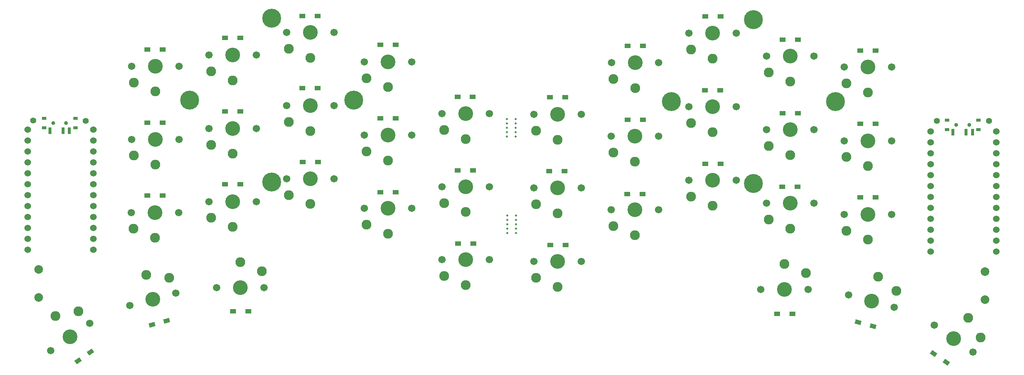
<source format=gbr>
%TF.GenerationSoftware,KiCad,Pcbnew,(6.0.5-0)*%
%TF.CreationDate,2022-06-22T19:02:17-07:00*%
%TF.ProjectId,Swept_3x5,53776570-745f-4337-9835-2e6b69636164,rev?*%
%TF.SameCoordinates,Original*%
%TF.FileFunction,Soldermask,Bot*%
%TF.FilePolarity,Negative*%
%FSLAX46Y46*%
G04 Gerber Fmt 4.6, Leading zero omitted, Abs format (unit mm)*
G04 Created by KiCad (PCBNEW (6.0.5-0)) date 2022-06-22 19:02:17*
%MOMM*%
%LPD*%
G01*
G04 APERTURE LIST*
G04 Aperture macros list*
%AMRotRect*
0 Rectangle, with rotation*
0 The origin of the aperture is its center*
0 $1 length*
0 $2 width*
0 $3 Rotation angle, in degrees counterclockwise*
0 Add horizontal line*
21,1,$1,$2,0,0,$3*%
G04 Aperture macros list end*
%ADD10C,0.500000*%
%ADD11C,1.524000*%
%ADD12C,3.429000*%
%ADD13C,1.701800*%
%ADD14C,2.282000*%
%ADD15C,2.000000*%
%ADD16C,4.400000*%
%ADD17C,1.397000*%
%ADD18R,1.400000X1.000000*%
%ADD19R,1.000000X0.800000*%
%ADD20C,0.900000*%
%ADD21R,0.700000X1.500000*%
%ADD22RotRect,1.400000X1.000000X145.000000*%
%ADD23RotRect,1.400000X1.000000X35.000000*%
%ADD24RotRect,1.400000X1.000000X165.000000*%
%ADD25RotRect,1.400000X1.000000X15.000000*%
G04 APERTURE END LIST*
D10*
%TO.C,mouse-bite-2mm-slot*%
X132054600Y-51333400D03*
X132054600Y-48285400D03*
X130022600Y-48285400D03*
X130022600Y-51333400D03*
X130022600Y-49301400D03*
X132054600Y-49301400D03*
X132054600Y-50317400D03*
X130022600Y-47269400D03*
X130022600Y-50317400D03*
X132054600Y-47269400D03*
%TD*%
D11*
%TO.C,U1*%
X243606600Y-50094000D03*
X243606600Y-52634000D03*
X243606600Y-55174000D03*
X243606600Y-57714000D03*
X243606600Y-60254000D03*
X243606600Y-62794000D03*
X243606600Y-65334000D03*
X243606600Y-67874000D03*
X243606600Y-70414000D03*
X243606600Y-72954000D03*
X243606600Y-75494000D03*
X243606600Y-78034000D03*
X228386600Y-78034000D03*
X228386600Y-75494000D03*
X228386600Y-72954000D03*
X228386600Y-70414000D03*
X228386600Y-67874000D03*
X228386600Y-65334000D03*
X228386600Y-62794000D03*
X228386600Y-60254000D03*
X228386600Y-57714000D03*
X228386600Y-55174000D03*
X228386600Y-52634000D03*
X228386600Y-50094000D03*
%TD*%
D12*
%TO.C,SW16*%
X159723400Y-68366800D03*
D13*
X154223400Y-68366800D03*
X165223400Y-68366800D03*
D14*
X159723400Y-74266800D03*
X154723400Y-72166800D03*
%TD*%
D13*
%TO.C,SW20*%
X188919800Y-86883400D03*
X199919800Y-86883400D03*
D12*
X194419800Y-86883400D03*
D14*
X194419800Y-80983400D03*
X199419800Y-83083400D03*
%TD*%
D13*
%TO.C,SW15*%
X136265600Y-80381000D03*
D12*
X141765600Y-80381000D03*
D13*
X147265600Y-80381000D03*
D14*
X141765600Y-86281000D03*
X136765600Y-84181000D03*
%TD*%
D13*
%TO.C,SW21*%
X209300208Y-88177695D03*
D12*
X214612800Y-89601200D03*
D13*
X219925392Y-91024705D03*
D14*
X216139832Y-83902238D03*
X220425942Y-87224777D03*
%TD*%
D13*
%TO.C,SW17*%
X183232000Y-61483400D03*
D12*
X177732000Y-61483400D03*
D13*
X172232000Y-61483400D03*
D14*
X177732000Y-67383400D03*
X172732000Y-65283400D03*
%TD*%
D13*
%TO.C,SW18*%
X190240600Y-66842800D03*
X201240600Y-66842800D03*
D12*
X195740600Y-66842800D03*
D14*
X195740600Y-72742800D03*
X190740600Y-70642800D03*
%TD*%
D13*
%TO.C,SW4*%
X154248800Y-34127600D03*
D12*
X159748800Y-34127600D03*
D13*
X165248800Y-34127600D03*
D14*
X159748800Y-40027600D03*
X154748800Y-37927600D03*
%TD*%
D12*
%TO.C,SW3*%
X141740200Y-46167200D03*
D13*
X147240200Y-46167200D03*
X136240200Y-46167200D03*
D14*
X141740200Y-52067200D03*
X136740200Y-49967200D03*
%TD*%
D13*
%TO.C,SW9*%
X136240200Y-63261400D03*
D12*
X141740200Y-63261400D03*
D13*
X147240200Y-63261400D03*
D14*
X141740200Y-69161400D03*
X136740200Y-67061400D03*
%TD*%
D13*
%TO.C,SW12*%
X201240600Y-49723200D03*
D12*
X195740600Y-49723200D03*
D13*
X190240600Y-49723200D03*
D14*
X195740600Y-55623200D03*
X190740600Y-53523200D03*
%TD*%
D13*
%TO.C,SW11*%
X183232000Y-44363800D03*
X172232000Y-44363800D03*
D12*
X177732000Y-44363800D03*
D14*
X177732000Y-50263800D03*
X172732000Y-48163800D03*
%TD*%
D13*
%TO.C,SW6*%
X201266000Y-32603600D03*
D12*
X195766000Y-32603600D03*
D13*
X190266000Y-32603600D03*
D14*
X195766000Y-38503600D03*
X190766000Y-36403600D03*
%TD*%
D13*
%TO.C,SW5*%
X183257400Y-27269600D03*
D12*
X177757400Y-27269600D03*
D13*
X172257400Y-27269600D03*
D14*
X177757400Y-33169600D03*
X172757400Y-31069600D03*
%TD*%
D10*
%TO.C,mouse-bite-2mm-slot*%
X132080000Y-73710800D03*
X132080000Y-70662800D03*
X130048000Y-70662800D03*
X130048000Y-73710800D03*
X130048000Y-71678800D03*
X132080000Y-71678800D03*
X132080000Y-72694800D03*
X130048000Y-69646800D03*
X130048000Y-72694800D03*
X132080000Y-69646800D03*
%TD*%
D15*
%TO.C,RSW1*%
X240978000Y-82744400D03*
X240978000Y-89244400D03*
%TD*%
D12*
%TO.C,SW10*%
X159723400Y-51247200D03*
D13*
X165223400Y-51247200D03*
X154223400Y-51247200D03*
D14*
X159723400Y-57147200D03*
X154723400Y-55047200D03*
%TD*%
D16*
%TO.C,REF\u002A\u002A*%
X206298800Y-43180000D03*
X168198800Y-43180000D03*
X187248800Y-24130000D03*
X187248800Y-62230000D03*
%TD*%
D11*
%TO.C,U2*%
X33942000Y-49722800D03*
X33942000Y-52262800D03*
X33942000Y-54802800D03*
X33942000Y-57342800D03*
X33942000Y-59882800D03*
X33942000Y-62422800D03*
X33942000Y-64962800D03*
X33942000Y-67502800D03*
X33942000Y-70042800D03*
X33942000Y-72582800D03*
X33942000Y-75122800D03*
X33942000Y-77662800D03*
X18722000Y-77662800D03*
X18722000Y-75122800D03*
X18722000Y-72582800D03*
X18722000Y-70042800D03*
X18722000Y-67502800D03*
X18722000Y-64962800D03*
X18722000Y-62422800D03*
X18722000Y-59882800D03*
X18722000Y-57342800D03*
X18722000Y-54802800D03*
X18722000Y-52262800D03*
X18722000Y-49722800D03*
%TD*%
D13*
%TO.C,SW17_r1*%
X89878800Y-61112400D03*
D12*
X84378800Y-61112400D03*
D13*
X78878800Y-61112400D03*
D14*
X84378800Y-67012400D03*
X79378800Y-64912400D03*
%TD*%
D13*
%TO.C,SW11_r1*%
X78853400Y-44119800D03*
D12*
X84353400Y-44119800D03*
D13*
X89853400Y-44119800D03*
D14*
X84353400Y-50019800D03*
X79353400Y-47919800D03*
%TD*%
D13*
%TO.C,SW15_r1*%
X114896000Y-79959200D03*
X125896000Y-79959200D03*
D12*
X120396000Y-79959200D03*
D14*
X120396000Y-85859200D03*
X115396000Y-83759200D03*
%TD*%
D12*
%TO.C,SW18_r1*%
X66344800Y-66421000D03*
D13*
X71844800Y-66421000D03*
X60844800Y-66421000D03*
D14*
X66344800Y-72321000D03*
X61344800Y-70221000D03*
%TD*%
D13*
%TO.C,SW6_r1*%
X71844800Y-32359600D03*
X60844800Y-32359600D03*
D12*
X66344800Y-32359600D03*
D14*
X66344800Y-38259600D03*
X61344800Y-36159600D03*
%TD*%
D13*
%TO.C,SW5_r1*%
X78878800Y-27101800D03*
D12*
X84378800Y-27101800D03*
D13*
X89878800Y-27101800D03*
D14*
X84378800Y-33001800D03*
X79378800Y-30901800D03*
%TD*%
D13*
%TO.C,SW16_r1*%
X107912800Y-67995800D03*
D12*
X102412800Y-67995800D03*
D13*
X96912800Y-67995800D03*
D14*
X102412800Y-73895800D03*
X97412800Y-71795800D03*
%TD*%
D13*
%TO.C,SW4_r1*%
X96887400Y-33934400D03*
D12*
X102387400Y-33934400D03*
D13*
X107887400Y-33934400D03*
D14*
X102387400Y-39834400D03*
X97387400Y-37734400D03*
%TD*%
D13*
%TO.C,SW13_r1*%
X42836200Y-51943000D03*
D12*
X48336200Y-51943000D03*
D13*
X53836200Y-51943000D03*
D14*
X48336200Y-57843000D03*
X43336200Y-55743000D03*
%TD*%
D13*
%TO.C,SW12_r1*%
X60844800Y-49428400D03*
D12*
X66344800Y-49428400D03*
D13*
X71844800Y-49428400D03*
D14*
X66344800Y-55328400D03*
X61344800Y-53228400D03*
%TD*%
D13*
%TO.C,SW3_r1*%
X114896000Y-45974000D03*
D12*
X120396000Y-45974000D03*
D13*
X125896000Y-45974000D03*
D14*
X120396000Y-51874000D03*
X115396000Y-49774000D03*
%TD*%
D13*
%TO.C,SW21_r1*%
X53089992Y-87730495D03*
D12*
X47777400Y-89154000D03*
D13*
X42464808Y-90577505D03*
D14*
X46250368Y-83455038D03*
X51623517Y-84189387D03*
%TD*%
D12*
%TO.C,SW9_r1*%
X120396000Y-62966600D03*
D13*
X114896000Y-62966600D03*
X125896000Y-62966600D03*
D14*
X120396000Y-68866600D03*
X115396000Y-66766600D03*
%TD*%
D13*
%TO.C,SW20_r1*%
X62572000Y-86410800D03*
D12*
X68072000Y-86410800D03*
D13*
X73572000Y-86410800D03*
D14*
X68072000Y-80510800D03*
X73072000Y-82610800D03*
%TD*%
D13*
%TO.C,SW7_r1*%
X53836200Y-34950400D03*
X42836200Y-34950400D03*
D12*
X48336200Y-34950400D03*
D14*
X48336200Y-40850400D03*
X43336200Y-38750400D03*
%TD*%
D16*
%TO.C,REF\u002A\u002A*%
X94407400Y-42878400D03*
X56307400Y-42878400D03*
X75357400Y-61928400D03*
X75357400Y-23828400D03*
%TD*%
D15*
%TO.C,RSW2*%
X21285200Y-88721000D03*
X21285200Y-82221000D03*
%TD*%
D13*
%TO.C,SW13*%
X219274600Y-52288600D03*
X208274600Y-52288600D03*
D12*
X213774600Y-52288600D03*
D14*
X213774600Y-58188600D03*
X208774600Y-56088600D03*
%TD*%
D12*
%TO.C,SW22*%
X233713600Y-98288000D03*
D13*
X229208264Y-95133330D03*
X238218936Y-101442670D03*
D14*
X237097701Y-93455003D03*
X239988951Y-98043104D03*
%TD*%
D12*
%TO.C,SW19*%
X213774600Y-69408200D03*
D13*
X208274600Y-69408200D03*
X219274600Y-69408200D03*
D14*
X213774600Y-75308200D03*
X208774600Y-73208200D03*
%TD*%
D13*
%TO.C,SW19_r1*%
X53810800Y-68961000D03*
D12*
X48310800Y-68961000D03*
D13*
X42810800Y-68961000D03*
D14*
X48310800Y-74861000D03*
X43310800Y-72761000D03*
%TD*%
D17*
%TO.C,+*%
X229802000Y-47640400D03*
%TD*%
D12*
%TO.C,SW10_r1*%
X102387400Y-50977800D03*
D13*
X107887400Y-50977800D03*
X96887400Y-50977800D03*
D14*
X102387400Y-56877800D03*
X97387400Y-54777800D03*
%TD*%
D13*
%TO.C,SW22_r1*%
X24079200Y-101066600D03*
X33089872Y-94757260D03*
D12*
X28584536Y-97911930D03*
D14*
X25200435Y-93078933D03*
X30500706Y-91931270D03*
%TD*%
D17*
%TO.C,-*%
X241943200Y-47691200D03*
%TD*%
%TO.C,+*%
X20040600Y-47574200D03*
%TD*%
D13*
%TO.C,SW7*%
X208274600Y-35169000D03*
X219274600Y-35169000D03*
D12*
X213774600Y-35169000D03*
D14*
X213774600Y-41069000D03*
X208774600Y-38969000D03*
%TD*%
D17*
%TO.C,-*%
X32207200Y-47625000D03*
%TD*%
D18*
%TO.C,D7*%
X143388200Y-59349800D03*
X139838200Y-59349800D03*
%TD*%
%TO.C,D18*%
X196245600Y-92547600D03*
X192695600Y-92547600D03*
%TD*%
%TO.C,Dr16*%
X64544400Y-62382400D03*
X68094400Y-62382400D03*
%TD*%
%TO.C,Dr15*%
X82553000Y-57251600D03*
X86103000Y-57251600D03*
%TD*%
%TO.C,Dr3*%
X82476800Y-23266400D03*
X86026800Y-23266400D03*
%TD*%
%TO.C,Dr18*%
X66398600Y-91948000D03*
X69948600Y-91948000D03*
%TD*%
%TO.C,Dr9*%
X82476800Y-40030400D03*
X86026800Y-40030400D03*
%TD*%
%TO.C,D11*%
X215575000Y-48351600D03*
X212025000Y-48351600D03*
%TD*%
%TO.C,D17*%
X215575000Y-65471200D03*
X212025000Y-65471200D03*
%TD*%
%TO.C,D15*%
X179608600Y-57622600D03*
X176058600Y-57622600D03*
%TD*%
%TO.C,D2*%
X161549200Y-30216000D03*
X157999200Y-30216000D03*
%TD*%
%TO.C,Dr4*%
X64544400Y-28397200D03*
X68094400Y-28397200D03*
%TD*%
%TO.C,D13*%
X143616800Y-76545600D03*
X140066800Y-76545600D03*
%TD*%
%TO.C,Dr10*%
X64544400Y-45440600D03*
X68094400Y-45440600D03*
%TD*%
D19*
%TO.C,SW_POWER1*%
X239471800Y-47472800D03*
X232171800Y-49682800D03*
D20*
X234321800Y-48572800D03*
D19*
X239471800Y-49682800D03*
X232171800Y-47472800D03*
D20*
X237321800Y-48572800D03*
D21*
X233571800Y-50332800D03*
X236571800Y-50332800D03*
X238071800Y-50332800D03*
%TD*%
D18*
%TO.C,D3*%
X179583200Y-23408800D03*
X176033200Y-23408800D03*
%TD*%
%TO.C,Dr11*%
X46510400Y-48107600D03*
X50060400Y-48107600D03*
%TD*%
%TO.C,Dr2*%
X100587000Y-29972000D03*
X104137000Y-29972000D03*
%TD*%
D22*
%TO.C,D20*%
X231967195Y-103827298D03*
X229059205Y-101791102D03*
%TD*%
D18*
%TO.C,D16*%
X197490200Y-62982000D03*
X193940200Y-62982000D03*
%TD*%
D23*
%TO.C,Dr20*%
X30423005Y-103456298D03*
X33330995Y-101420102D03*
%TD*%
D18*
%TO.C,Dr7*%
X118595600Y-59182000D03*
X122145600Y-59182000D03*
%TD*%
%TO.C,Dr5*%
X46510400Y-31064200D03*
X50060400Y-31064200D03*
%TD*%
D24*
%TO.C,D19*%
X214955718Y-95394604D03*
X211526682Y-94475796D03*
%TD*%
D18*
%TO.C,Dr1*%
X118519400Y-42087800D03*
X122069400Y-42087800D03*
%TD*%
D19*
%TO.C,SW_POWERR1*%
X22512000Y-47101800D03*
D20*
X27662000Y-48201800D03*
D19*
X29812000Y-47101800D03*
D20*
X24662000Y-48201800D03*
D19*
X22512000Y-49311800D03*
X29812000Y-49311800D03*
D21*
X23912000Y-49961800D03*
X26912000Y-49961800D03*
X28412000Y-49961800D03*
%TD*%
D18*
%TO.C,Dr14*%
X100587000Y-64287400D03*
X104137000Y-64287400D03*
%TD*%
%TO.C,D10*%
X197515600Y-45913200D03*
X193965600Y-45913200D03*
%TD*%
%TO.C,D9*%
X179532400Y-40579200D03*
X175982400Y-40579200D03*
%TD*%
%TO.C,Dr13*%
X118646400Y-76174600D03*
X122196400Y-76174600D03*
%TD*%
%TO.C,D4*%
X197566400Y-28793600D03*
X194016400Y-28793600D03*
%TD*%
%TO.C,D14*%
X161498400Y-64658400D03*
X157948400Y-64658400D03*
%TD*%
%TO.C,Dr8*%
X100587000Y-47040800D03*
X104137000Y-47040800D03*
%TD*%
D25*
%TO.C,Dr19*%
X47586882Y-95049004D03*
X51015918Y-94130196D03*
%TD*%
D18*
%TO.C,D5*%
X215575000Y-31308200D03*
X212025000Y-31308200D03*
%TD*%
%TO.C,Dr17*%
X46510400Y-65049400D03*
X50060400Y-65049400D03*
%TD*%
%TO.C,D1*%
X143540600Y-42204800D03*
X139990600Y-42204800D03*
%TD*%
%TO.C,D8*%
X161549200Y-47437200D03*
X157999200Y-47437200D03*
%TD*%
M02*

</source>
